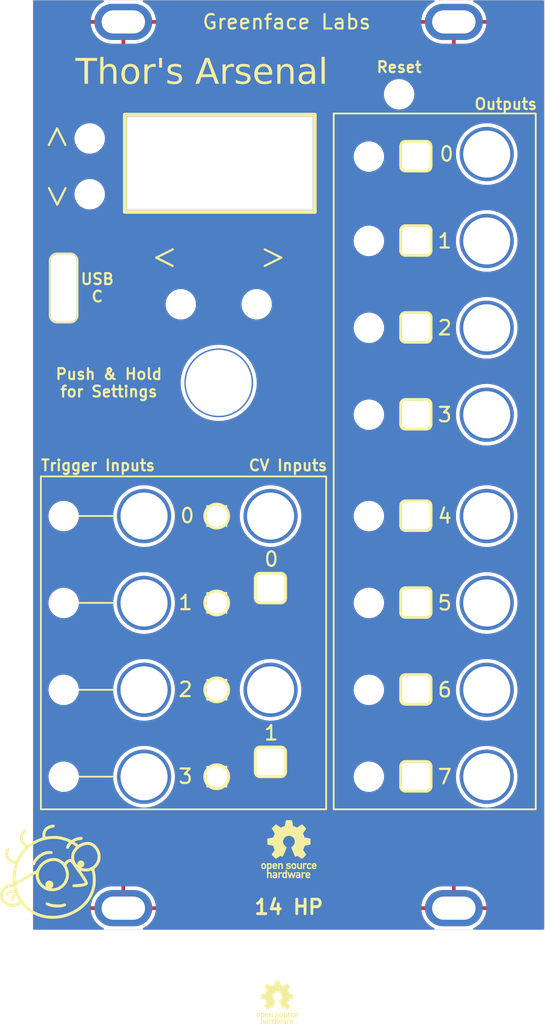
<source format=kicad_pcb>
(kicad_pcb (version 20240108) (generator "pcbnew") (generator_version "8.0")
  (title_block (rev "2.1"))
  (layers (0 "F.Cu" signal) (31 "B.Cu" signal) (34 "B.Paste" user) (35 "F.Paste" user) (36 "B.SilkS" user "B.Silkscreen") (37 "F.SilkS" user "F.Silkscreen") (38 "B.Mask" user) (39 "F.Mask" user) (44 "Edge.Cuts" user))
  (net 0 "")
  (net 1 "GND")
  (footprint "panel:MountingHole_3.2mm_M3_Slot" (layer "F.Cu") (at 62.5 43.75)
    (property "Reference" "H1" (hide yes))
    (property "Value" "MountingHole_Pad")
    (pad "1" thru_hole oval (at 0 0) (size 8 5) (drill oval 6 3.2) (layers "*.Cu" "*.Mask") (net 1 "GND"))
  )
  (footprint "panel:MountingHole_3.2mm_M3_Slot" (layer "F.Cu") (at 108.22 43.75)
    (property "Reference" "H2" (hide yes))
    (property "Value" "MountingHole_Pad")
    (pad "1" thru_hole oval (at 0 0) (size 8 5) (drill oval 6 3.2) (layers "*.Cu" "*.Mask") (net 1 "GND"))
  )
  (footprint "panel:MountingHole_3.2mm_M3_Slot" (layer "F.Cu") (at 108.22 166.15)
    (property "Reference" "H3" (hide yes))
    (property "Value" "MountingHole_Pad")
    (pad "1" thru_hole oval (at 0 0) (size 8 5) (drill oval 6 3.2) (layers "*.Cu" "*.Mask") (net 1 "GND"))
  )
  (footprint "panel:MountingHole_3.2mm_M3_Slot" (layer "F.Cu") (at 62.5 166.15)
    (property "Reference" "H4" (hide yes))
    (property "Value" "MountingHole_Pad")
    (pad "1" thru_hole oval (at 0 0) (size 8 5) (drill oval 6 3.2) (layers "*.Cu" "*.Mask") (net 1 "GND"))
  )
  (footprint "panel:RotaryEncoder_9.0mm" (layer "F.Cu") (at 75.7 93.6)
    (property "Reference" "H5" (hide yes))
    (property "Value" "Adj")
    (pad "" np_thru_hole circle (at 0 0) (size 9.5 9.5) (drill 9.1) (layers "F&B.Cu" "*.Mask"))
  )
  (footprint "panel:3mmLED_seethru_small" (layer "F.Cu") (at 76.69 124 180)
    (property "Reference" "H14" (hide yes))
    (property "Value" "MountingHole")
    (zone (net 0) (net_name "") (layers "*.Cu" "F.Adhes" "F.Paste") (connect_pads (clearance 0)) (min_thickness 0.25)
      (keepout (tracks not_allowed) (vias not_allowed) (pads not_allowed) (copperpour not_allowed) (footprints allowed))
      (fill (thermal_gap 0.5) (thermal_bridge_width 0.5))
      (polygon (pts (xy 76.88 122.49) (xy 74 122.51) (xy 73.99 125.48) (xy 76.88 125.46)))
    )
  )
  (footprint "panel:3mmLED_seethru_small" (layer "F.Cu") (at 76.69 136 180)
    (property "Reference" "H15" (hide yes))
    (property "Value" "MountingHole")
    (zone (net 0) (net_name "") (layers "*.Cu" "F.Adhes" "F.Paste") (connect_pads (clearance 0)) (min_thickness 0.25)
      (keepout (tracks not_allowed) (vias not_allowed) (pads not_allowed) (copperpour not_allowed) (footprints allowed))
      (fill (thermal_gap 0.5) (thermal_bridge_width 0.5))
      (polygon (pts (xy 76.88 134.49) (xy 74 134.51) (xy 73.99 137.48) (xy 76.88 137.46)))
    )
  )
  (footprint "panel:3mmLED_seethru_small" (layer "F.Cu") (at 76.69 148 180)
    (property "Reference" "H16" (hide yes))
    (property "Value" "MountingHole")
    (zone (net 0) (net_name "") (layers "*.Cu" "F.Adhes" "F.Paste") (connect_pads (clearance 0)) (min_thickness 0.25)
      (keepout (tracks not_allowed) (vias not_allowed) (pads not_allowed) (copperpour not_allowed) (footprints allowed))
      (fill (thermal_gap 0.5) (thermal_bridge_width 0.5))
      (polygon (pts (xy 76.88 146.49) (xy 74 146.51) (xy 73.99 149.48) (xy 76.88 149.46)))
    )
  )
  (footprint "panel:PushButton3.7mm" (layer "F.Cu") (at 94.22 65.6 90)
    (property "Reference" "H26" (hide yes))
    (property "Value" "MountingHole")
    (pad "" np_thru_hole circle (at 3.25 2.25 90) (size 3.7 3.7) (drill 3.7) (layers "*.Cu" "*.Mask"))
  )
  (footprint "panel:PushButton3.7mm" (layer "F.Cu") (at 94.22 77.25 90)
    (property "Reference" "H27" (hide yes))
    (property "Value" "MountingHole")
    (pad "" np_thru_hole circle (at 3.25 2.25 90) (size 3.7 3.7) (drill 3.7) (layers "*.Cu" "*.Mask"))
  )
  (footprint "panel:PushButton3.7mm" (layer "F.Cu") (at 94.22 89.25 90)
    (property "Reference" "H28" (hide yes))
    (property "Value" "MountingHole")
    (pad "" np_thru_hole circle (at 3.25 2.25 90) (size 3.7 3.7) (drill 3.7) (layers "*.Cu" "*.Mask"))
  )
  (footprint "panel:PushButton3.7mm" (layer "F.Cu") (at 94.22 101.25 90)
    (property "Reference" "H29" (hide yes))
    (property "Value" "MountingHole")
    (pad "" np_thru_hole circle (at 3.25 2.25 90) (size 3.7 3.7) (drill 3.7) (layers "*.Cu" "*.Mask"))
  )
  (footprint "panel:PushButton3.7mm" (layer "F.Cu") (at 94.22 115.25 90)
    (property "Reference" "H30" (hide yes))
    (property "Value" "MountingHole")
    (pad "" np_thru_hole circle (at 3.25 2.25 90) (size 3.7 3.7) (drill 3.7) (layers "*.Cu" "*.Mask"))
  )
  (footprint "panel:PushButton3.7mm" (layer "F.Cu") (at 94.22 127.25 90)
    (property "Reference" "H31" (hide yes))
    (property "Value" "MountingHole")
    (pad "" np_thru_hole circle (at 3.25 2.25 90) (size 3.7 3.7) (drill 3.7) (layers "*.Cu" "*.Mask"))
  )
  (footprint "panel:PushButton3.7mm" (layer "F.Cu") (at 94.22 139.25 90)
    (property "Reference" "H32" (hide yes))
    (property "Value" "MountingHole")
    (pad "" np_thru_hole circle (at 3.25 2.25 90) (size 3.7 3.7) (drill 3.7) (layers "*.Cu" "*.Mask"))
  )
  (footprint "panel:Jack_3.5mm_QingPu_WQP-PJ398SM_Vertical" (layer "F.Cu") (at 65.37 136 90)
    (property "Reference" "H8" (hide yes))
    (property "Value" "MountingHole")
    (pad "1" thru_hole circle (at 0 0 90) (size 7.5 7.5) (drill 6.5) (layers "*.Cu" "*.Mask"))
  )
  (footprint "panel:Jack_3.5mm_QingPu_WQP-PJ398SM_Vertical" (layer "F.Cu") (at 65.37 148 90)
    (property "Reference" "H9" (hide yes))
    (property "Value" "MountingHole")
    (pad "1" thru_hole circle (at 0 0 90) (size 7.5 7.5) (drill 6.5) (layers "*.Cu" "*.Mask"))
  )
  (footprint "panel:Jack_3.5mm_QingPu_WQP-PJ398SM_Vertical" (layer "F.Cu") (at 112.77 62 90)
    (property "Reference" "H10" (hide yes))
    (property "Value" "MountingHole")
    (pad "1" thru_hole circle (at 0 0 90) (size 7.5 7.5) (drill 6.5) (layers "*.Cu" "*.Mask"))
  )
  (footprint "panel:Jack_3.5mm_QingPu_WQP-PJ398SM_Vertical" (layer "F.Cu") (at 112.77 74 90)
    (property "Reference" "H11" (hide yes))
    (property "Value" "MountingHole")
    (pad "1" thru_hole circle (at 0 0 90) (size 7.5 7.5) (drill 6.5) (layers "*.Cu" "*.Mask"))
  )
  (footprint "panel:Jack_3.5mm_QingPu_WQP-PJ398SM_Vertical" (layer "F.Cu") (at 112.77 86 90)
    (property "Reference" "H12" (hide yes))
    (property "Value" "MountingHole")
    (pad "1" thru_hole circle (at 0 0 90) (size 7.5 7.5) (drill 6.5) (layers "*.Cu" "*.Mask"))
  )
  (footprint "panel:Jack_3.5mm_QingPu_WQP-PJ398SM_Vertical" (layer "F.Cu") (at 65.37 112 90)
    (property "Reference" "H6" (hide yes))
    (property "Value" "Trigger Jack 0")
    (pad "1" thru_hole circle (at 0 0 90) (size 7.5 7.5) (drill 6.5) (layers "*.Cu" "*.Mask"))
  )
  (footprint "panel:4mmLED_SeeThru" (layer "F.Cu") (at 101.72 62.35)
    (property "Reference" "H46" (hide yes))
    (property "Value" "MountingHole")
    (zone (net 0) (net_name "") (layers "*.Cu" "F.Adhes" "F.Paste") (connect_pads (clearance 0)) (min_thickness 0.254)
      (keepout (tracks not_allowed) (vias not_allowed) (pads not_allowed) (copperpour not_allowed) (footprints allowed))
      (fill (thermal_gap 0.508) (thermal_bridge_width 0.508))
      (polygon (pts (xy 104.97 64.35) (xy 100.97 64.35) (xy 100.97 60.35) (xy 104.97 60.35)))
    )
  )
  (footprint "Symbol:OSHW-Logo_7.5x8mm_SilkScreen" (layer "F.Cu") (at 85.4 158)
    (property "Reference" "GR2" (hide yes))
    (property "Value" "Logo_Open_Hardware_Small" (hide yes))
  )
  (footprint "panel:4mmLED_SeeThru" (layer "F.Cu") (at 101.72 74)
    (property "Reference" "H47" (hide yes))
    (property "Value" "MountingHole")
    (zone (net 0) (net_name "") (layers "*.Cu" "F.Adhes" "F.Paste") (connect_pads (clearance 0)) (min_thickness 0.254)
      (keepout (tracks not_allowed) (vias not_allowed) (pads not_allowed) (copperpour not_allowed) (footprints allowed))
      (fill (thermal_gap 0.508) (thermal_bridge_width 0.508))
      (polygon (pts (xy 104.97 76) (xy 100.97 76) (xy 100.97 72) (xy 104.97 72)))
    )
  )
  (footprint "panel:PushButton3.7mm" (layer "F.Cu") (at 67.2 80.5)
    (property "Reference" "H40" (hide yes))
    (property "Value" "MountingHole")
    (pad "" np_thru_hole circle (at 3.25 2.25) (size 3.7 3.7) (drill 3.7) (layers "*.Cu" "*.Mask"))
  )
  (footprint "panel:Jack_3.5mm_QingPu_WQP-PJ398SM_Vertical" (layer "F.Cu") (at 82.87 112)
    (property "Reference" "H42" (hide yes))
    (property "Value" "MountingHole")
    (pad "1" thru_hole circle (at 0 0) (size 7.5 7.5) (drill 6.5) (layers "*.Cu" "*.Mask"))
  )
  (footprint "panel:4mmLED_SeeThru" (layer "F.Cu") (at 101.72 148)
    (property "Reference" "H53" (hide yes))
    (property "Value" "MountingHole")
    (zone (net 0) (net_name "") (layers "*.Cu" "F.Adhes" "F.Paste") (connect_pads (clearance 0)) (min_thickness 0.254)
      (keepout (tracks not_allowed) (vias not_allowed) (pads not_allowed) (copperpour not_allowed) (footprints allowed))
      (fill (thermal_gap 0.508) (thermal_bridge_width 0.508))
      (polygon (pts (xy 104.97 150) (xy 100.97 150) (xy 100.97 146) (xy 104.97 146)))
    )
  )
  (footprint "panel:USB_C_Slot_Exact" (layer "F.Cu") (at 54.25 80.5)
    (property "Reference" "H64" (hide yes))
    (property "Value" "MountingHole")
    (fp_line (start -1.9 -3.75) (end -1.9 3.75) (stroke (width 0.12)) (layer "Edge.Cuts"))
    (fp_line (start -0.9 4.75) (end 0.9 4.75) (stroke (width 0.12)) (layer "Edge.Cuts"))
    (fp_line (start 0.9 -4.75) (end -0.9 -4.75) (stroke (width 0.12)) (layer "Edge.Cuts"))
    (fp_line (start 1.9 3.75) (end 1.9 -3.75) (stroke (width 0.12)) (layer "Edge.Cuts"))
    (fp_arc (start -1.9 -3.75) (mid -1.607106 -4.457106) (end -0.9 -4.75) (stroke (width 0.12)) (layer "Edge.Cuts"))
    (fp_arc (start -0.9 4.75) (mid -1.607106 4.457106) (end -1.9 3.75) (stroke (width 0.12)) (layer "Edge.Cuts"))
    (fp_arc (start 0.9 -4.75) (mid 1.607107 -4.457107) (end 1.9 -3.75) (stroke (width 0.12)) (layer "Edge.Cuts"))
    (fp_arc (start 1.9 3.75) (mid 1.607107 4.457107) (end 0.9 4.75) (stroke (width 0.12)) (layer "Edge.Cuts"))
  )
  (footprint "panel:PushButton3.7mm" (layer "F.Cu") (at 61.1 62.1 180)
    (property "Reference" "H38" (hide yes))
    (property "Value" "MountingHole")
    (pad "" np_thru_hole circle (at 3.25 2.25 180) (size 3.7 3.7) (drill 3.7) (layers "*.Cu" "*.Mask"))
  )
  (footprint "panel:PushButton3.7mm" (layer "F.Cu") (at 94.22 151.25 90)
    (property "Reference" "H33" (hide yes))
    (property "Value" "MountingHole")
    (pad "" np_thru_hole circle (at 3.25 2.25 90) (size 3.7 3.7) (drill 3.7) (layers "*.Cu" "*.Mask"))
  )
  (footprint "panel:Jack_3.5mm_QingPu_WQP-PJ398SM_Vertical" (layer "F.Cu") (at 112.77 148 90)
    (property "Reference" "H25" (hide yes))
    (property "Value" "MountingHole")
    (pad "1" thru_hole circle (at 0 0 90) (size 7.5 7.5) (drill 6.5) (layers "*.Cu" "*.Mask"))
  )
  (footprint "panel:Jack_3.5mm_QingPu_WQP-PJ398SM_Vertical" (layer "F.Cu") (at 112.77 112 90)
    (property "Reference" "H22" (hide yes))
    (property "Value" "MountingHole")
    (pad "1" thru_hole circle (at 0 0 90) (size 7.5 7.5) (drill 6.5) (layers "*.Cu" "*.Mask"))
  )
  (footprint "panel:Jack_3.5mm_QingPu_WQP-PJ398SM_Vertical" (layer "F.Cu") (at 82.87 136)
    (property "Reference" "H43" (hide yes))
    (property "Value" "MountingHole")
    (pad "1" thru_hole circle (at 0 0) (size 7.5 7.5) (drill 6.5) (layers "*.Cu" "*.Mask"))
  )
  (footprint "panel:PushButton3.7mm" (layer "F.Cu") (at 52 139.25 90)
    (property "Reference" "H36" (hide yes))
    (property "Value" "MountingHole")
    (pad "" np_thru_hole circle (at 3.25 2.25 90) (size 3.7 3.7) (drill 3.7) (layers "*.Cu" "*.Mask"))
  )
  (footprint "panel:Jack_3.5mm_QingPu_WQP-PJ398SM_Vertical" (layer "F.Cu") (at 112.77 98 90)
    (property "Reference" "H21" (hide yes))
    (property "Value" "MountingHole")
    (pad "1" thru_hole circle (at 0 0 90) (size 7.5 7.5) (drill 6.5) (layers "*.Cu" "*.Mask"))
  )
  (footprint "panel:PushButton3.7mm" (layer "F.Cu") (at 103.9 56 180)
    (property "Reference" "H65" (hide yes))
    (property "Value" "MountingHole" (hide yes))
    (pad "" np_thru_hole circle (at 3.25 2.25 180) (size 3.7 3.7) (drill 3.7) (layers "*.Cu" "*.Mask"))
  )
  (footprint "panel:4mmLED_SeeThru" (layer "F.Cu") (at 101.72 124)
    (property "Reference" "H51" (hide yes))
    (property "Value" "MountingHole")
    (zone (net 0) (net_name "") (layers "*.Cu" "F.Adhes" "F.Paste") (connect_pads (clearance 0)) (min_thickness 0.254)
      (keepout (tracks not_allowed) (vias not_allowed) (pads not_allowed) (copperpour not_allowed) (footprints allowed))
      (fill (thermal_gap 0.508) (thermal_bridge_width 0.508))
      (polygon (pts (xy 104.97 126) (xy 100.97 126) (xy 100.97 122) (xy 104.97 122)))
    )
  )
  (footprint "panel:PushButton3.7mm" (layer "F.Cu") (at 52 151.25 90)
    (property "Reference" "H37" (hide yes))
    (property "Value" "MountingHole")
    (pad "" np_thru_hole circle (at 3.25 2.25 90) (size 3.7 3.7) (drill 3.7) (layers "*.Cu" "*.Mask"))
  )
  (footprint "panel:small_face" (layer "F.Cu") (at 52.35 161.55)
    (property "Reference" "GR1" (hide yes))
    (property "Value" "small_logo" (hide yes))
  )
  (footprint "panel:4mmLED_SeeThru" (layer "F.Cu") (at 101.72 98)
    (property "Reference" "H49" (hide yes))
    (property "Value" "MountingHole")
    (zone (net 0) (net_name "") (layers "*.Cu" "F.Adhes" "F.Paste") (connect_pads (clearance 0)) (min_thickness 0.254)
      (keepout (tracks not_allowed) (vias not_allowed) (pads not_allowed) (copperpour not_allowed) (footprints allowed))
      (fill (thermal_gap 0.508) (thermal_bridge_width 0.508))
      (polygon (pts (xy 104.97 100) (xy 100.97 100) (xy 100.97 96) (xy 104.97 96)))
    )
  )
  (footprint "panel:PushButton3.7mm" (layer "F.Cu") (at 61.1 69.8 180)
    (property "Reference" "H39" (hide yes))
    (property "Value" "MountingHole")
    (pad "" np_thru_hole circle (at 3.25 2.25 180) (size 3.7 3.7) (drill 3.7) (layers "*.Cu" "*.Mask"))
  )
  (footprint "panel:Jack_3.5mm_QingPu_WQP-PJ398SM_Vertical" (layer "F.Cu") (at 112.77 136 90)
    (property "Reference" "H24" (hide yes))
    (property "Value" "MountingHole")
    (pad "1" thru_hole circle (at 0 0 90) (size 7.5 7.5) (drill 6.5) (layers "*.Cu" "*.Mask"))
  )
  (footprint "panel:Jack_3.5mm_QingPu_WQP-PJ398SM_Vertical" (layer "F.Cu") (at 112.77 124 90)
    (property "Reference" "H23" (hide yes))
    (property "Value" "MountingHole")
    (pad "1" thru_hole circle (at 0 0 90) (size 7.5 7.5) (drill 6.5) (layers "*.Cu" "*.Mask"))
  )
  (footprint "panel:3mmLED_seethru_small" (layer "F.Cu") (at 76.69 112 180)
    (property "Reference" "H13" (hide yes))
    (property "Value" "MountingHole")
    (zone (net 0) (net_name "") (layers "*.Cu" "F.Adhes" "F.Paste") (connect_pads (clearance 0)) (min_thickness 0.25)
      (keepout (tracks not_allowed) (vias not_allowed) (pads not_allowed) (copperpour not_allowed) (footprints allowed))
      (fill (thermal_gap 0.5) (thermal_bridge_width 0.5))
      (polygon (pts (xy 76.88 110.49) (xy 74 110.51) (xy 73.99 113.48) (xy 76.88 113.46)))
    )
  )
  (footprint "panel:4mmLED_SeeThru" (layer "F.Cu") (at 101.72 112)
    (property "Reference" "H50" (hide yes))
    (property "Value" "MountingHole")
    (zone (net 0) (net_name "") (layers "*.Cu" "F.Adhes" "F.Paste") (connect_pads (clearance 0)) (min_thickness 0.254)
      (keepout (tracks not_allowed) (vias not_allowed) (pads not_allowed) (copperpour not_allowed) (footprints allowed))
      (fill (thermal_gap 0.508) (thermal_bridge_width 0.508))
      (polygon (pts (xy 104.97 114) (xy 100.97 114) (xy 100.97 110) (xy 104.97 110)))
    )
  )
  (footprint "panel:4mmLED_SeeThru" (layer "F.Cu") (at 101.72 136)
    (property "Reference" "H52" (hide yes))
    (property "Value" "MountingHole")
    (zone (net 0) (net_name "") (layers "*.Cu" "F.Adhes" "F.Paste") (connect_pads (clearance 0)) (min_thickness 0.254)
      (keepout (tracks not_allowed) (vias not_allowed) (pads not_allowed) (copperpour not_allowed) (footprints allowed))
      (fill (thermal_gap 0.508) (thermal_bridge_width 0.508))
      (polygon (pts (xy 104.97 138) (xy 100.97 138) (xy 100.97 134) (xy 104.97 134)))
    )
  )
  (footprint "panel:PushButton3.7mm" (layer "F.Cu") (at 52 127.25 90)
    (property "Reference" "H35" (hide yes))
    (property "Value" "MountingHole")
    (pad "" np_thru_hole circle (at 3.25 2.25 90) (size 3.7 3.7) (drill 3.7) (layers "*.Cu" "*.Mask"))
  )
  (footprint "panel:4mmLED_SeeThru" (layer "F.Cu") (at 81.6 122)
    (property "Reference" "H44" (hide yes))
    (property "Value" "MountingHole")
    (zone (net 0) (net_name "") (layers "*.Cu" "F.Adhes" "F.Paste") (connect_pads (clearance 0)) (min_thickness 0.254)
      (keepout (tracks not_allowed) (vias not_allowed) (pads not_allowed) (copperpour not_allowed) (footprints allowed))
      (fill (thermal_gap 0.508) (thermal_bridge_width 0.508))
      (polygon (pts (xy 84.85 124) (xy 80.85 124) (xy 80.85 120) (xy 84.85 120)))
    )
  )
  (footprint "panel:4mmLED_SeeThru" (layer "F.Cu") (at 81.6 146)
    (property "Reference" "H45" (hide yes))
    (property "Value" "MountingHole")
    (zone (net 0) (net_name "") (layers "*.Cu" "F.Adhes" "F.Paste") (connect_pads (clearance 0)) (min_thickness 0.254)
      (keepout (tracks not_allowed) (vias not_allowed) (pads not_allowed) (copperpour not_allowed) (footprints allowed))
      (fill (thermal_gap 0.508) (thermal_bridge_width 0.508))
      (polygon (pts (xy 84.85 148) (xy 80.85 148) (xy 80.85 144) (xy 84.85 144)))
    )
  )
  (footprint "panel:Jack_3.5mm_QingPu_WQP-PJ398SM_Vertical" (layer "F.Cu") (at 65.37 124 90)
    (property "Reference" "H7" (hide yes))
    (property "Value" "MountingHole")
    (pad "1" thru_hole circle (at 0 0 90) (size 7.5 7.5) (drill 6.5) (layers "*.Cu" "*.Mask"))
  )
  (footprint "panel:4mmLED_SeeThru" (layer "F.Cu") (at 101.72 86)
    (property "Reference" "H48" (hide yes))
    (property "Value" "MountingHole")
    (zone (net 0) (net_name "") (layers "*.Cu" "F.Adhes" "F.Paste") (connect_pads (clearance 0)) (min_thickness 0.254)
      (keepout (tracks not_allowed) (vias not_allowed) (pads not_allowed) (copperpour not_allowed) (footprints allowed))
      (fill (thermal_gap 0.508) (thermal_bridge_width 0.508))
      (polygon (pts (xy 104.97 88) (xy 100.97 88) (xy 100.97 84) (xy 104.97 84)))
    )
  )
  (footprint "Symbol:OSHW-Logo_5.7x6mm_SilkScreen" (layer "F.Cu") (at 83.8 179.15)
    (property "Reference" "GR3" (hide yes))
    (property "Value" "small_logo" (hide yes))
  )
  (footprint "panel:PushButton3.7mm" (layer "F.Cu") (at 77.7 80.5)
    (property "Reference" "H41" (hide yes))
    (property "Value" "MountingHole")
    (pad "" np_thru_hole circle (at 3.25 2.25) (size 3.7 3.7) (drill 3.7) (layers "*.Cu" "*.Mask"))
  )
  (footprint "panel:PushButton3.7mm" (layer "F.Cu") (at 52 115.25 90)
    (property "Reference" "H34" (hide yes))
    (property "Value" "MountingHole")
    (pad "" np_thru_hole circle (at 3.25 2.25 90) (size 3.7 3.7) (drill 3.7) (layers "*.Cu" "*.Mask"))
  )
  (gr_line (start 62.7 70) (end 62.7 56.55) (stroke (width 0.5)) (layer "F.SilkS"))
  (gr_line (start 61.345836 147.988536) (end 56.36 147.989969) (stroke (width 0.25)) (layer "F.SilkS"))
  (gr_rect (start 91.6 56.4) (end 119.55 152.5) (stroke (width 0.25)) (fill none) (layer "F.SilkS"))
  (gr_line (start 61.345836 123.988536) (end 56.31 123.989969) (stroke (width 0.25)) (layer "F.SilkS"))
  (gr_rect (start 51.1 106.525) (end 90.56 152.5) (stroke (width 0.25)) (fill none) (layer "F.SilkS"))
  (gr_line (start 89 56.55) (end 89 70) (stroke (width 0.5)) (layer "F.SilkS"))
  (gr_line (start 61.345836 111.988536) (end 56.34 111.989969) (stroke (width 0.25)) (layer "F.SilkS"))
  (gr_line (start 62.7 56.55) (end 89 56.55) (stroke (width 0.5)) (layer "F.SilkS"))
  (gr_line (start 61.345836 135.988536) (end 56.37 135.99) (stroke (width 0.25)) (layer "F.SilkS"))
  (gr_line (start 89 70) (end 62.7 70) (stroke (width 0.5)) (layer "F.SilkS"))
  (gr_line (start 120.8 40.75) (end 50 40.75) (stroke (width 0.05)) (layer "Edge.Cuts"))
  (gr_line (start 88.7 56.85) (end 63 56.85) (stroke (width 0.05)) (layer "Edge.Cuts"))
  (gr_line (start 120.8 169.15) (end 120.8 40.75) (stroke (width 0.05)) (layer "Edge.Cuts"))
  (gr_line (start 50 169.15) (end 120.8 169.15) (stroke (width 0.05)) (layer "Edge.Cuts"))
  (gr_line (start 50 40.75) (end 50 169.15) (stroke (width 0.05)) (layer "Edge.Cuts"))
  (gr_line (start 63 69.7) (end 88.7 69.7) (stroke (width 0.05)) (layer "Edge.Cuts"))
  (gr_line (start 63 56.85) (end 63 69.7) (stroke (width 0.05)) (layer "Edge.Cuts"))
  (gr_line (start 88.7 69.7) (end 88.7 56.85) (stroke (width 0.05)) (layer "Edge.Cuts"))
  (gr_text "Trigger Inputs" (at 59 105 0) (layer "F.SilkS") (effects (font (size 1.5 1.5) (thickness 0.3))))
  (gr_text "3" (at 106.97 98 0) (layer "F.SilkS") (effects (font (size 2 2) (thickness 0.3))))
  (gr_text "Greenface Labs" (at 85.1 43.75 0) (layer "F.SilkS") (effects (font (size 2 2) (thickness 0.3))))
  (gr_text "2" (at 106.97 86 0) (layer "F.SilkS") (effects (font (size 2 2) (thickness 0.3))))
  (gr_text "1" (at 106.97 74 0) (layer "F.SilkS") (effects (font (size 2 2) (thickness 0.3))))
  (gr_text "Push & Hold\nfor Settings" (at 60.5 93.6 0) (layer "F.SilkS") (effects (font (size 1.5 1.5) (thickness 0.3) (bold yes))))
  (gr_text "6" (at 106.97 136 0) (layer "F.SilkS") (effects (font (size 2 2) (thickness 0.3))))
  (gr_text "0" (at 107.22 62 0) (layer "F.SilkS") (effects (font (size 2 2) (thickness 0.3))))
  (gr_text "3" (at 71.1 147.95 0) (layer "F.SilkS") (effects (font (size 2 2) (thickness 0.3))))
  (gr_text "CV Inputs" (at 85.28 105 0) (layer "F.SilkS") (effects (font (size 1.5 1.5) (thickness 0.3))))
  (gr_text "14 HP" (at 85.4 166 0) (layer "F.SilkS") (effects (font (size 2 2) (thickness 0.4))))
  (gr_text "Thor's Arsenal" (at 73.35 50.84 0) (layer "F.SilkS") (effects (font (size 3.5 3.5) (thickness 0.25))))
  (gr_text "7" (at 106.97 148 0) (layer "F.SilkS") (effects (font (size 2 2) (thickness 0.3))))
  (gr_text "1" (at 71.1 123.95 0) (layer "F.SilkS") (effects (font (size 2 2) (thickness 0.3))))
  (gr_text "<" (at 53.05 67.85 90) (layer "F.SilkS") (effects (font (size 4 3) (thickness 0.3))))
  (gr_text "1" (at 82.96 141.95 0) (layer "F.SilkS") (effects (font (size 2 2) (thickness 0.3))))
  (gr_text "Reset" (at 100.65 50 0) (layer "F.SilkS") (effects (font (size 1.5 1.5) (thickness 0.3))))
  (gr_text "USB\nC" (at 58.9 80.48 0) (layer "F.SilkS") (effects (font (size 1.5 1.5) (thickness 0.3))))
  (gr_text "0" (at 71.35 111.95 0) (layer "F.SilkS") (effects (font (size 2 2) (thickness 0.3))))
  (gr_text "4" (at 106.97 112 0) (layer "F.SilkS") (effects (font (size 2 2) (thickness 0.3))))
  (gr_text "5" (at 106.97 124 0) (layer "F.SilkS") (effects (font (size 2 2) (thickness 0.3))))
  (gr_text "Outputs" (at 115.4 55.1 0) (layer "F.SilkS") (effects (font (size 1.5 1.5) (thickness 0.3))))
  (gr_text "<" (at 68.2 76 0) (layer "F.SilkS") (effects (font (size 4 3) (thickness 0.3))))
  (gr_text "0" (at 82.97 117.96 0) (layer "F.SilkS") (effects (font (size 2 2) (thickness 0.3))))
  (gr_text ">" (at 83.2 76 0) (layer "F.SilkS") (effects (font (size 4 3) (thickness 0.3))))
  (gr_text "<" (at 53.65 59.6 -90) (layer "F.SilkS") (effects (font (size 4 3) (thickness 0.3))))
  (gr_text "2" (at 71.1 135.95 0) (layer "F.SilkS") (effects (font (size 2 2) (thickness 0.3))))
  (zone (net 1) (net_name "GND") (layer "F.Cu") (connect_pads (clearance 0.508)) (min_thickness 0.254) (fill yes (thermal_gap 0.508) (thermal_bridge_width 0.508))
    (polygon (pts (xy 50 40.75) (xy 120.7 40.75) (xy 120.7 169.15) (xy 50 169.15)))
  )
  (zone (net 0) (net_name "") (layer "B.Cu") (connect_pads (clearance 0.508)) (min_thickness 0.254) (fill yes (thermal_gap 0.508) (thermal_bridge_width 0.508))
    (polygon (pts (xy 50 40.75) (xy 120.7 40.75) (xy 120.7 169.15) (xy 50 169.15)))
  )
)
</source>
